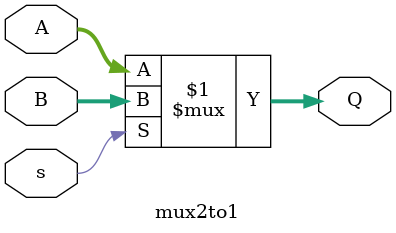
<source format=v>
`timescale 1ns / 1ps

module mux2to1(A,B,s,Q);
input s;
input [3:0]A,B;
output [3:0]Q;

assign Q = s ? B : A; // if s=1, Q = B else Q = A;

endmodule

</source>
